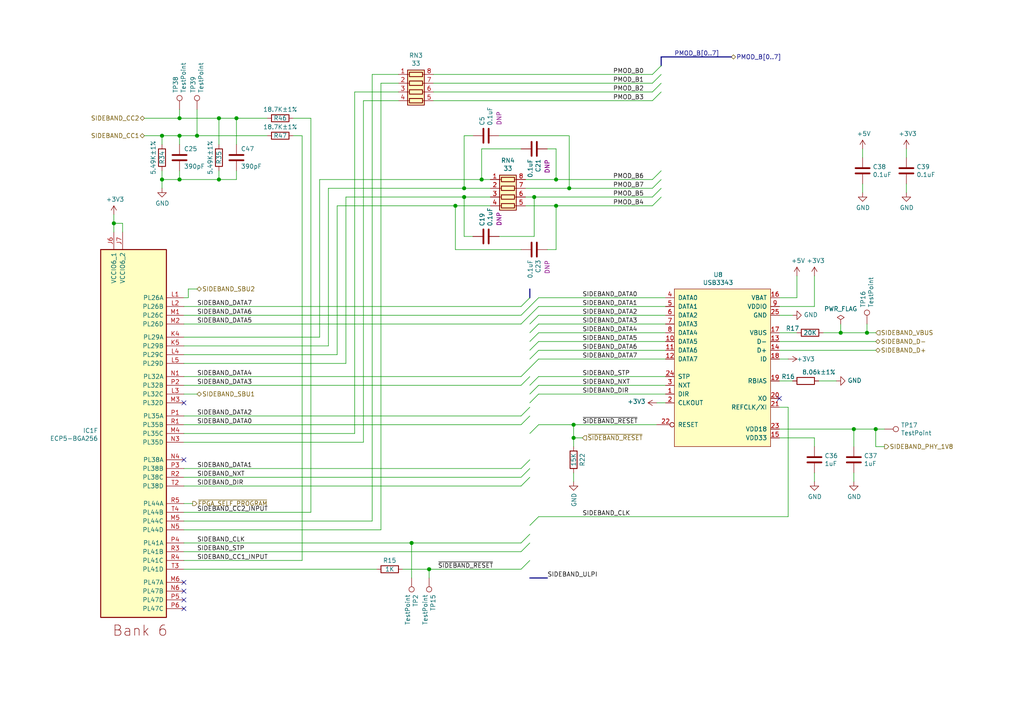
<source format=kicad_sch>
(kicad_sch (version 20210621) (generator eeschema)
  (paper "A4")
  (title_block (title "LUNA: Sideband USB PHY") (date "2021-03-10") (rev "r0") (company "Copyright 2019-2021 Great Scott Gadgets") (comment 1 "Katherine J. Temkin") (comment 3 "Licensed under the CERN-OHL-P v2"))
  (junction (at 33.02 64.77) (diameter 1.016))
  (junction (at 46.99 39.37) (diameter 1.016))
  (junction (at 46.99 52.07) (diameter 1.016))
  (junction (at 52.07 34.29) (diameter 1.016))
  (junction (at 52.07 39.37) (diameter 1.016))
  (junction (at 52.07 52.07) (diameter 1.016))
  (junction (at 57.15 39.37) (diameter 1.016))
  (junction (at 63.5 34.29) (diameter 1.016))
  (junction (at 63.5 52.07) (diameter 1.016))
  (junction (at 68.58 34.29) (diameter 1.016))
  (junction (at 119.38 157.48) (diameter 1.016))
  (junction (at 124.46 165.1) (diameter 1.016))
  (junction (at 132.08 59.69) (diameter 1.016))
  (junction (at 134.62 54.61) (diameter 1.016))
  (junction (at 134.62 57.15) (diameter 1.016))
  (junction (at 139.7 52.07) (diameter 1.016))
  (junction (at 154.94 57.15) (diameter 1.016))
  (junction (at 161.29 52.07) (diameter 1.016))
  (junction (at 161.29 59.69) (diameter 1.016))
  (junction (at 165.1 54.61) (diameter 1.016))
  (junction (at 166.37 123.19) (diameter 1.016))
  (junction (at 166.37 127) (diameter 1.016))
  (junction (at 243.84 96.52) (diameter 1.016))
  (junction (at 247.65 124.46) (diameter 1.016))
  (junction (at 251.46 96.52) (diameter 1.016))
  (junction (at 254 124.46) (diameter 1.016))
  (no_connect (at 53.34 116.84))
  (no_connect (at 53.34 133.35))
  (no_connect (at 53.34 168.91))
  (no_connect (at 53.34 171.45))
  (no_connect (at 53.34 173.99))
  (no_connect (at 53.34 176.53))
  (no_connect (at 226.06 115.57))
  (bus_entry (at 151.13 88.9) (size 2.54 -2.54))
  (bus_entry (at 151.13 91.44) (size 2.54 -2.54))
  (bus_entry (at 151.13 93.98) (size 2.54 -2.54))
  (bus_entry (at 151.13 109.22) (size 2.54 -2.54))
  (bus_entry (at 151.13 111.76) (size 2.54 -2.54))
  (bus_entry (at 151.13 120.65) (size 2.54 -2.54))
  (bus_entry (at 151.13 123.19) (size 2.54 -2.54))
  (bus_entry (at 151.13 135.89) (size 2.54 -2.54))
  (bus_entry (at 151.13 138.43) (size 2.54 -2.54))
  (bus_entry (at 151.13 157.48) (size 2.54 -2.54))
  (bus_entry (at 151.13 160.02) (size 2.54 -2.54))
  (bus_entry (at 151.13 165.1) (size 2.54 -2.54))
  (bus_entry (at 153.67 91.44) (size 2.54 -2.54))
  (bus_entry (at 153.67 93.98) (size 2.54 -2.54))
  (bus_entry (at 153.67 96.52) (size 2.54 -2.54))
  (bus_entry (at 153.67 99.06) (size 2.54 -2.54))
  (bus_entry (at 153.67 101.6) (size 2.54 -2.54))
  (bus_entry (at 153.67 104.14) (size 2.54 -2.54))
  (bus_entry (at 153.67 106.68) (size 2.54 -2.54))
  (bus_entry (at 153.67 111.76) (size 2.54 -2.54))
  (bus_entry (at 153.67 125.73) (size 2.54 -2.54))
  (bus_entry (at 153.67 138.43) (size -2.54 2.54))
  (bus_entry (at 153.67 152.4) (size 2.54 -2.54))
  (bus_entry (at 156.21 86.36) (size -2.54 2.54))
  (bus_entry (at 156.21 111.76) (size -2.54 2.54))
  (bus_entry (at 156.21 114.3) (size -2.54 2.54))
  (bus_entry (at 191.77 19.05) (size -2.54 2.54))
  (bus_entry (at 191.77 21.59) (size -2.54 2.54))
  (bus_entry (at 191.77 24.13) (size -2.54 2.54))
  (bus_entry (at 191.77 26.67) (size -2.54 2.54))
  (bus_entry (at 191.77 49.53) (size -2.54 2.54))
  (bus_entry (at 191.77 52.07) (size -2.54 2.54))
  (bus_entry (at 191.77 54.61) (size -2.54 2.54))
  (bus_entry (at 191.77 57.15) (size -2.54 2.54))
  (wire (pts (xy 33.02 62.23) (xy 33.02 64.77)))
  (wire (pts (xy 33.02 64.77) (xy 35.56 64.77)))
  (wire (pts (xy 33.02 67.31) (xy 33.02 64.77)))
  (wire (pts (xy 35.56 64.77) (xy 35.56 67.31)))
  (wire (pts (xy 41.91 34.29) (xy 52.07 34.29)))
  (wire (pts (xy 46.99 39.37) (xy 41.91 39.37)))
  (wire (pts (xy 46.99 39.37) (xy 52.07 39.37)))
  (wire (pts (xy 46.99 41.91) (xy 46.99 39.37)))
  (wire (pts (xy 46.99 49.53) (xy 46.99 52.07)))
  (wire (pts (xy 46.99 52.07) (xy 46.99 54.61)))
  (wire (pts (xy 46.99 52.07) (xy 52.07 52.07)))
  (wire (pts (xy 52.07 31.75) (xy 52.07 34.29)))
  (wire (pts (xy 52.07 34.29) (xy 63.5 34.29)))
  (wire (pts (xy 52.07 41.91) (xy 52.07 39.37)))
  (wire (pts (xy 52.07 49.53) (xy 52.07 52.07)))
  (wire (pts (xy 52.07 52.07) (xy 63.5 52.07)))
  (wire (pts (xy 53.34 86.36) (xy 54.61 86.36)))
  (wire (pts (xy 53.34 88.9) (xy 151.13 88.9)))
  (wire (pts (xy 53.34 91.44) (xy 151.13 91.44)))
  (wire (pts (xy 53.34 93.98) (xy 151.13 93.98)))
  (wire (pts (xy 53.34 100.33) (xy 95.25 100.33)))
  (wire (pts (xy 53.34 105.41) (xy 100.33 105.41)))
  (wire (pts (xy 53.34 109.22) (xy 151.13 109.22)))
  (wire (pts (xy 53.34 111.76) (xy 151.13 111.76)))
  (wire (pts (xy 53.34 114.3) (xy 57.15 114.3)))
  (wire (pts (xy 53.34 120.65) (xy 151.13 120.65)))
  (wire (pts (xy 53.34 123.19) (xy 151.13 123.19)))
  (wire (pts (xy 53.34 125.73) (xy 102.87 125.73)))
  (wire (pts (xy 53.34 128.27) (xy 105.41 128.27)))
  (wire (pts (xy 53.34 135.89) (xy 151.13 135.89)))
  (wire (pts (xy 53.34 138.43) (xy 151.13 138.43)))
  (wire (pts (xy 53.34 140.97) (xy 151.13 140.97)))
  (wire (pts (xy 53.34 148.59) (xy 90.17 148.59)))
  (wire (pts (xy 53.34 151.13) (xy 107.95 151.13)))
  (wire (pts (xy 53.34 157.48) (xy 119.38 157.48)))
  (wire (pts (xy 53.34 160.02) (xy 151.13 160.02)))
  (wire (pts (xy 54.61 83.82) (xy 57.15 83.82)))
  (wire (pts (xy 54.61 86.36) (xy 54.61 83.82)))
  (wire (pts (xy 55.88 146.05) (xy 53.34 146.05)))
  (wire (pts (xy 57.15 31.75) (xy 57.15 39.37)))
  (wire (pts (xy 57.15 39.37) (xy 52.07 39.37)))
  (wire (pts (xy 63.5 41.91) (xy 63.5 34.29)))
  (wire (pts (xy 63.5 52.07) (xy 63.5 49.53)))
  (wire (pts (xy 68.58 34.29) (xy 63.5 34.29)))
  (wire (pts (xy 68.58 34.29) (xy 77.47 34.29)))
  (wire (pts (xy 68.58 41.91) (xy 68.58 34.29)))
  (wire (pts (xy 68.58 49.53) (xy 68.58 52.07)))
  (wire (pts (xy 68.58 52.07) (xy 63.5 52.07)))
  (wire (pts (xy 77.47 39.37) (xy 57.15 39.37)))
  (wire (pts (xy 85.09 34.29) (xy 90.17 34.29)))
  (wire (pts (xy 87.63 39.37) (xy 85.09 39.37)))
  (wire (pts (xy 87.63 162.56) (xy 53.34 162.56)))
  (wire (pts (xy 87.63 162.56) (xy 87.63 39.37)))
  (wire (pts (xy 90.17 148.59) (xy 90.17 34.29)))
  (wire (pts (xy 92.71 52.07) (xy 92.71 97.79)))
  (wire (pts (xy 92.71 52.07) (xy 139.7 52.07)))
  (wire (pts (xy 92.71 97.79) (xy 53.34 97.79)))
  (wire (pts (xy 95.25 100.33) (xy 95.25 54.61)))
  (wire (pts (xy 97.79 59.69) (xy 132.08 59.69)))
  (wire (pts (xy 97.79 102.87) (xy 53.34 102.87)))
  (wire (pts (xy 97.79 102.87) (xy 97.79 59.69)))
  (wire (pts (xy 100.33 57.15) (xy 134.62 57.15)))
  (wire (pts (xy 100.33 105.41) (xy 100.33 57.15)))
  (wire (pts (xy 102.87 26.67) (xy 102.87 125.73)))
  (wire (pts (xy 105.41 29.21) (xy 115.57 29.21)))
  (wire (pts (xy 105.41 128.27) (xy 105.41 29.21)))
  (wire (pts (xy 107.95 21.59) (xy 107.95 151.13)))
  (wire (pts (xy 107.95 21.59) (xy 115.57 21.59)))
  (wire (pts (xy 109.22 165.1) (xy 53.34 165.1)))
  (wire (pts (xy 110.49 153.67) (xy 53.34 153.67)))
  (wire (pts (xy 110.49 153.67) (xy 110.49 24.13)))
  (wire (pts (xy 115.57 24.13) (xy 110.49 24.13)))
  (wire (pts (xy 115.57 26.67) (xy 102.87 26.67)))
  (wire (pts (xy 116.84 165.1) (xy 124.46 165.1)))
  (wire (pts (xy 119.38 157.48) (xy 151.13 157.48)))
  (wire (pts (xy 119.38 167.64) (xy 119.38 157.48)))
  (wire (pts (xy 124.46 165.1) (xy 124.46 167.64)))
  (wire (pts (xy 124.46 165.1) (xy 151.13 165.1)))
  (wire (pts (xy 125.73 21.59) (xy 189.23 21.59)))
  (wire (pts (xy 125.73 26.67) (xy 189.23 26.67)))
  (wire (pts (xy 132.08 59.69) (xy 132.08 72.39)))
  (wire (pts (xy 132.08 59.69) (xy 142.24 59.69)))
  (wire (pts (xy 132.08 72.39) (xy 151.13 72.39)))
  (wire (pts (xy 134.62 39.37) (xy 134.62 54.61)))
  (wire (pts (xy 134.62 54.61) (xy 95.25 54.61)))
  (wire (pts (xy 134.62 57.15) (xy 134.62 68.58)))
  (wire (pts (xy 134.62 57.15) (xy 142.24 57.15)))
  (wire (pts (xy 134.62 68.58) (xy 137.16 68.58)))
  (wire (pts (xy 137.16 39.37) (xy 134.62 39.37)))
  (wire (pts (xy 139.7 43.18) (xy 151.13 43.18)))
  (wire (pts (xy 139.7 52.07) (xy 139.7 43.18)))
  (wire (pts (xy 139.7 52.07) (xy 142.24 52.07)))
  (wire (pts (xy 142.24 54.61) (xy 134.62 54.61)))
  (wire (pts (xy 144.78 39.37) (xy 165.1 39.37)))
  (wire (pts (xy 144.78 68.58) (xy 154.94 68.58)))
  (wire (pts (xy 152.4 52.07) (xy 161.29 52.07)))
  (wire (pts (xy 152.4 57.15) (xy 154.94 57.15)))
  (wire (pts (xy 154.94 57.15) (xy 189.23 57.15)))
  (wire (pts (xy 154.94 68.58) (xy 154.94 57.15)))
  (wire (pts (xy 156.21 109.22) (xy 193.04 109.22)))
  (wire (pts (xy 156.21 111.76) (xy 193.04 111.76)))
  (wire (pts (xy 156.21 114.3) (xy 193.04 114.3)))
  (wire (pts (xy 156.21 149.86) (xy 228.6 149.86)))
  (wire (pts (xy 158.75 43.18) (xy 161.29 43.18)))
  (wire (pts (xy 158.75 72.39) (xy 161.29 72.39)))
  (wire (pts (xy 161.29 43.18) (xy 161.29 52.07)))
  (wire (pts (xy 161.29 52.07) (xy 189.23 52.07)))
  (wire (pts (xy 161.29 59.69) (xy 152.4 59.69)))
  (wire (pts (xy 161.29 72.39) (xy 161.29 59.69)))
  (wire (pts (xy 165.1 39.37) (xy 165.1 54.61)))
  (wire (pts (xy 165.1 54.61) (xy 152.4 54.61)))
  (wire (pts (xy 166.37 123.19) (xy 156.21 123.19)))
  (wire (pts (xy 166.37 123.19) (xy 166.37 127)))
  (wire (pts (xy 166.37 123.19) (xy 190.5 123.19)))
  (wire (pts (xy 166.37 127) (xy 166.37 129.54)))
  (wire (pts (xy 166.37 127) (xy 168.91 127)))
  (wire (pts (xy 166.37 137.16) (xy 166.37 139.7)))
  (wire (pts (xy 189.23 24.13) (xy 125.73 24.13)))
  (wire (pts (xy 189.23 29.21) (xy 125.73 29.21)))
  (wire (pts (xy 189.23 54.61) (xy 165.1 54.61)))
  (wire (pts (xy 189.23 59.69) (xy 161.29 59.69)))
  (wire (pts (xy 193.04 86.36) (xy 156.21 86.36)))
  (wire (pts (xy 193.04 88.9) (xy 156.21 88.9)))
  (wire (pts (xy 193.04 91.44) (xy 156.21 91.44)))
  (wire (pts (xy 193.04 93.98) (xy 156.21 93.98)))
  (wire (pts (xy 193.04 96.52) (xy 156.21 96.52)))
  (wire (pts (xy 193.04 99.06) (xy 156.21 99.06)))
  (wire (pts (xy 193.04 101.6) (xy 156.21 101.6)))
  (wire (pts (xy 193.04 104.14) (xy 156.21 104.14)))
  (wire (pts (xy 193.04 116.84) (xy 190.5 116.84)))
  (wire (pts (xy 226.06 86.36) (xy 231.14 86.36)))
  (wire (pts (xy 226.06 91.44) (xy 229.87 91.44)))
  (wire (pts (xy 226.06 99.06) (xy 254 99.06)))
  (wire (pts (xy 226.06 101.6) (xy 254 101.6)))
  (wire (pts (xy 226.06 118.11) (xy 228.6 118.11)))
  (wire (pts (xy 226.06 124.46) (xy 247.65 124.46)))
  (wire (pts (xy 226.06 127) (xy 236.22 127)))
  (wire (pts (xy 228.6 104.14) (xy 226.06 104.14)))
  (wire (pts (xy 228.6 149.86) (xy 228.6 118.11)))
  (wire (pts (xy 229.87 110.49) (xy 226.06 110.49)))
  (wire (pts (xy 231.14 86.36) (xy 231.14 80.01)))
  (wire (pts (xy 231.14 96.52) (xy 226.06 96.52)))
  (wire (pts (xy 236.22 80.01) (xy 236.22 88.9)))
  (wire (pts (xy 236.22 88.9) (xy 226.06 88.9)))
  (wire (pts (xy 236.22 127) (xy 236.22 129.54)))
  (wire (pts (xy 236.22 139.7) (xy 236.22 137.16)))
  (wire (pts (xy 238.76 96.52) (xy 243.84 96.52)))
  (wire (pts (xy 242.57 110.49) (xy 237.49 110.49)))
  (wire (pts (xy 243.84 93.98) (xy 243.84 96.52)))
  (wire (pts (xy 243.84 96.52) (xy 251.46 96.52)))
  (wire (pts (xy 247.65 124.46) (xy 254 124.46)))
  (wire (pts (xy 247.65 129.54) (xy 247.65 124.46)))
  (wire (pts (xy 247.65 139.7) (xy 247.65 137.16)))
  (wire (pts (xy 250.19 43.18) (xy 250.19 45.72)))
  (wire (pts (xy 250.19 53.34) (xy 250.19 55.88)))
  (wire (pts (xy 251.46 93.98) (xy 251.46 96.52)))
  (wire (pts (xy 251.46 96.52) (xy 254 96.52)))
  (wire (pts (xy 254 124.46) (xy 256.54 124.46)))
  (wire (pts (xy 254 129.54) (xy 254 124.46)))
  (wire (pts (xy 256.54 129.54) (xy 254 129.54)))
  (wire (pts (xy 262.89 43.18) (xy 262.89 45.72)))
  (wire (pts (xy 262.89 53.34) (xy 262.89 55.88)))
  (bus (pts (xy 153.67 83.82) (xy 153.67 167.64)))
  (bus (pts (xy 158.75 167.64) (xy 153.67 167.64)))
  (bus (pts (xy 191.77 16.51) (xy 191.77 62.23)))
  (bus (pts (xy 191.77 16.51) (xy 212.09 16.51)))
  (label "SIDEBAND_DATA7" (at 57.15 88.9 0))
  (label "SIDEBAND_DATA6" (at 57.15 91.44 0))
  (label "SIDEBAND_DATA5" (at 57.15 93.98 0))
  (label "SIDEBAND_DATA4" (at 57.15 109.22 0))
  (label "SIDEBAND_DATA3" (at 57.15 111.76 0))
  (label "SIDEBAND_DATA2" (at 57.15 120.65 0))
  (label "SIDEBAND_DATA0" (at 57.15 123.19 0))
  (label "SIDEBAND_DATA1" (at 57.15 135.89 0))
  (label "SIDEBAND_NXT" (at 57.15 138.43 0))
  (label "SIDEBAND_DIR" (at 57.15 140.97 0))
  (label "SIDEBAND_CC2_INPUT" (at 57.15 148.59 0))
  (label "SIDEBAND_CLK" (at 57.15 157.48 0))
  (label "SIDEBAND_STP" (at 57.15 160.02 0))
  (label "SIDEBAND_CC1_INPUT" (at 57.15 162.56 0))
  (label "~{SIDEBAND_RESET}" (at 127 165.1 0))
  (label "SIDEBAND_ULPI" (at 158.75 167.64 0))
  (label "SIDEBAND_DATA0" (at 168.91 86.36 0))
  (label "SIDEBAND_DATA1" (at 168.91 88.9 0))
  (label "SIDEBAND_DATA2" (at 168.91 91.44 0))
  (label "SIDEBAND_DATA3" (at 168.91 93.98 0))
  (label "SIDEBAND_DATA4" (at 168.91 96.52 0))
  (label "SIDEBAND_DATA5" (at 168.91 99.06 0))
  (label "SIDEBAND_DATA6" (at 168.91 101.6 0))
  (label "SIDEBAND_DATA7" (at 168.91 104.14 0))
  (label "SIDEBAND_STP" (at 168.91 109.22 0))
  (label "SIDEBAND_NXT" (at 168.91 111.76 0))
  (label "SIDEBAND_DIR" (at 168.91 114.3 0))
  (label "~{SIDEBAND_RESET}" (at 168.91 123.19 0))
  (label "SIDEBAND_CLK" (at 168.91 149.86 0))
  (label "PMOD_B0" (at 177.8 21.59 0))
  (label "PMOD_B1" (at 177.8 24.13 0))
  (label "PMOD_B2" (at 177.8 26.67 0))
  (label "PMOD_B3" (at 177.8 29.21 0))
  (label "PMOD_B6" (at 177.8 52.07 0))
  (label "PMOD_B7" (at 177.8 54.61 0))
  (label "PMOD_B5" (at 177.8 57.15 0))
  (label "PMOD_B4" (at 177.8 59.69 0))
  (label "PMOD_B[0..7]" (at 195.58 16.51 0))
  (hierarchical_label "SIDEBAND_CC2" (shape bidirectional) (at 41.91 34.29 180))
  (hierarchical_label "SIDEBAND_CC1" (shape bidirectional) (at 41.91 39.37 180))
  (hierarchical_label "~{FPGA_SELF_PROGRAM}" (shape output) (at 55.88 146.05 0))
  (hierarchical_label "SIDEBAND_SBU2" (shape bidirectional) (at 57.15 83.82 0))
  (hierarchical_label "SIDEBAND_SBU1" (shape bidirectional) (at 57.15 114.3 0))
  (hierarchical_label "~{SIDEBAND_RESET}" (shape input) (at 168.91 127 0))
  (hierarchical_label "PMOD_B[0..7]" (shape bidirectional) (at 212.09 16.51 0))
  (hierarchical_label "SIDEBAND_VBUS" (shape input) (at 254 96.52 0))
  (hierarchical_label "SIDEBAND_D-" (shape bidirectional) (at 254 99.06 0))
  (hierarchical_label "SIDEBAND_D+" (shape bidirectional) (at 254 101.6 0))
  (hierarchical_label "SIDEBAND_PHY_1V8" (shape output) (at 256.54 129.54 0))
  (symbol (lib_id "power:+3V3") (at 33.02 62.23 0) (unit 1)
    (property "Reference" "#PWR057" (effects hide))
    (property "Value" "+3V3" (at 33.3756 57.8358 0))
  )
  (symbol (lib_id "power:+3V3") (at 190.5 116.84 90) (unit 1)
    (property "Reference" "#PWR058" (effects hide))
    (property "Value" "+3V3" (at 187.2488 116.459 90) (effects (justify left)))
  )
  (symbol (lib_id "power:+3V3") (at 228.6 104.14 270)
    (property "Reference" "#PWR0126" (effects hide))
    (property "Value" "+3V3" (at 233.68 104.14 90))
  )
  (symbol (lib_id "power:+5V") (at 231.14 80.01 0) (unit 1)
    (property "Reference" "#PWR060" (effects hide))
    (property "Value" "+5V" (at 231.4956 75.6158 0))
  )
  (symbol (lib_id "power:+3V3") (at 236.22 80.01 0) (unit 1)
    (property "Reference" "#PWR061" (effects hide))
    (property "Value" "+3V3" (at 236.5756 75.6158 0))
  )
  (symbol (lib_id "power:+5V") (at 250.19 43.18 0) (unit 1)
    (property "Reference" "#PWR065" (effects hide))
    (property "Value" "+5V" (at 250.5456 38.7858 0))
  )
  (symbol (lib_id "power:+3V3") (at 262.89 43.18 0) (unit 1)
    (property "Reference" "#PWR067" (effects hide))
    (property "Value" "+3V3" (at 263.2456 38.7858 0))
  )
  (symbol (lib_id "power:PWR_FLAG") (at 243.84 93.98 0)
    (property "Reference" "#FLG0105" (effects hide))
    (property "Value" "PWR_FLAG" (at 243.84 89.5858 0))
  )
  (symbol (lib_id "Connector:TestPoint") (at 52.07 31.75 0)
    (property "Reference" "TP38" (at 50.927 27.0002 90) (effects (justify left)))
    (property "Value" "TestPoint" (at 53.213 27.0002 90) (effects (justify left)))
    (property "Footprint" "TestPoint:TestPoint_Pad_D1.0mm" (effects hide))
    (property "Note" "DNP" (effects hide))
  )
  (symbol (lib_id "Connector:TestPoint") (at 57.15 31.75 0)
    (property "Reference" "TP39" (at 56.007 27.0002 90) (effects (justify left)))
    (property "Value" "TestPoint" (at 58.293 27.0002 90) (effects (justify left)))
    (property "Footprint" "TestPoint:TestPoint_Pad_D1.0mm" (effects hide))
    (property "Note" "DNP" (effects hide))
  )
  (symbol (lib_id "Connector:TestPoint") (at 119.38 167.64 180)
    (property "Reference" "TP2" (at 120.523 172.3898 90) (effects (justify left)))
    (property "Value" "TestPoint" (at 118.237 172.3898 90) (effects (justify left)))
    (property "Footprint" "TestPoint:TestPoint_Pad_D1.0mm" (effects hide))
    (property "Note" "DNP" (effects hide))
  )
  (symbol (lib_id "Connector:TestPoint") (at 124.46 167.64 180)
    (property "Reference" "TP15" (at 125.603 172.3898 90) (effects (justify left)))
    (property "Value" "TestPoint" (at 123.317 172.3898 90) (effects (justify left)))
    (property "Footprint" "TestPoint:TestPoint_Pad_D1.0mm" (effects hide))
    (property "Note" "DNP" (effects hide))
  )
  (symbol (lib_id "Connector:TestPoint") (at 251.46 93.98 0)
    (property "Reference" "TP16" (at 250.317 89.2302 90) (effects (justify left)))
    (property "Value" "TestPoint" (at 252.603 89.2302 90) (effects (justify left)))
    (property "Footprint" "TestPoint:TestPoint_Pad_D1.0mm" (effects hide))
    (property "Note" "DNP" (effects hide))
  )
  (symbol (lib_id "Connector:TestPoint") (at 256.54 124.46 270)
    (property "Reference" "TP17" (at 261.2898 123.317 90) (effects (justify left)))
    (property "Value" "TestPoint" (at 261.2898 125.603 90) (effects (justify left)))
    (property "Footprint" "TestPoint:TestPoint_Pad_D1.0mm" (effects hide))
    (property "Note" "DNP" (effects hide))
  )
  (symbol (lib_id "power:GND") (at 46.99 54.61 0)
    (property "Reference" "#PWR010" (effects hide))
    (property "Value" "GND" (at 47.0916 58.9788 0))
  )
  (symbol (lib_id "power:GND") (at 166.37 139.7 0) (unit 1)
    (property "Reference" "#PWR0101" (effects hide))
    (property "Value" "GND" (at 166.497 142.9512 90) (effects (justify right)))
  )
  (symbol (lib_id "power:GND") (at 229.87 91.44 90) (unit 1)
    (property "Reference" "#PWR059" (effects hide))
    (property "Value" "GND" (at 233.1212 91.313 90) (effects (justify right)))
  )
  (symbol (lib_id "power:GND") (at 236.22 139.7 0) (unit 1)
    (property "Reference" "#PWR062" (effects hide))
    (property "Value" "GND" (at 236.3216 144.0688 0))
  )
  (symbol (lib_id "power:GND") (at 242.57 110.49 90) (unit 1)
    (property "Reference" "#PWR063" (effects hide))
    (property "Value" "GND" (at 245.8212 110.363 90) (effects (justify right)))
  )
  (symbol (lib_id "power:GND") (at 247.65 139.7 0) (unit 1)
    (property "Reference" "#PWR064" (effects hide))
    (property "Value" "GND" (at 247.7516 144.0688 0))
  )
  (symbol (lib_id "power:GND") (at 250.19 55.88 0) (unit 1)
    (property "Reference" "#PWR066" (effects hide))
    (property "Value" "GND" (at 250.2916 60.2488 0))
  )
  (symbol (lib_id "power:GND") (at 262.89 55.88 0) (unit 1)
    (property "Reference" "#PWR068" (effects hide))
    (property "Value" "GND" (at 262.9916 60.2488 0))
  )
  (symbol (lib_id "Device:R") (at 46.99 45.72 0) (mirror x)
    (property "Reference" "R34" (at 46.99 45.72 90))
    (property "Value" "5.49K±1%" (at 44.45 45.72 90))
    (property "Footprint" "Resistor_SMD:R_0402_1005Metric" (effects hide))
    (property "Part Number" "ERJ-2RKF5491X" (effects hide))
    (property "Substitution" "any equivalent" (effects hide))
    (property "Description" "RES SMD 5.49K OHM 1% 1/10W 0402" (effects hide))
    (property "Manufacturer" "Panasonic" (effects hide))
  )
  (symbol (lib_id "Device:R") (at 63.5 45.72 0) (mirror x)
    (property "Reference" "R35" (at 63.5 45.72 90))
    (property "Value" "5.49K±1%" (at 60.96 45.72 90))
    (property "Footprint" "Resistor_SMD:R_0402_1005Metric" (effects hide))
    (property "Part Number" "ERJ-2RKF5491X" (effects hide))
    (property "Substitution" "any equivalent" (effects hide))
    (property "Description" "RES SMD 5.49K OHM 1% 1/10W 0402" (effects hide))
    (property "Manufacturer" "Panasonic" (effects hide))
  )
  (symbol (lib_id "Device:R") (at 81.28 34.29 270)
    (property "Reference" "R46" (at 81.28 34.29 90))
    (property "Value" "18.7K±1%" (at 81.28 31.75 90))
    (property "Footprint" "Resistor_SMD:R_0402_1005Metric" (effects hide))
    (property "Part Number" "ERJ-2RKF1872X" (effects hide))
    (property "Substitution" "any equivalent" (effects hide))
    (property "Description" "RES SMD 18.7K OHM 1% 1/10W 0402" (effects hide))
    (property "Manufacturer" "Panasonic" (effects hide))
  )
  (symbol (lib_id "Device:R") (at 81.28 39.37 270)
    (property "Reference" "R47" (at 81.28 39.37 90))
    (property "Value" "18.7K±1%" (at 81.28 36.83 90))
    (property "Footprint" "Resistor_SMD:R_0402_1005Metric" (effects hide))
    (property "Part Number" "ERJ-2RKF1872X" (effects hide))
    (property "Substitution" "any equivalent" (effects hide))
    (property "Description" "RES SMD 18.7K OHM 1% 1/10W 0402" (effects hide))
    (property "Manufacturer" "Panasonic" (effects hide))
  )
  (symbol (lib_id "Device:R") (at 113.03 165.1 270) (unit 1)
    (property "Reference" "R15" (at 113.03 162.56 90))
    (property "Value" "1K" (at 113.03 165.1 90))
    (property "Footprint" "Resistor_SMD:R_0402_1005Metric" (effects hide))
    (property "Part Number" "GENERIC-RES-0402-1K" (effects hide))
    (property "Substitution" "any equivalent" (effects hide))
  )
  (symbol (lib_id "Device:R") (at 166.37 133.35 0)
    (property "Reference" "R22" (at 168.91 133.35 90))
    (property "Value" "15K" (at 166.37 133.35 90))
    (property "Footprint" "Resistor_SMD:R_0402_1005Metric" (effects hide))
    (property "Part Number" "GENERIC-RES-0402-15K" (effects hide))
    (property "Substitution" "any equivalent" (effects hide))
  )
  (symbol (lib_id "Device:R") (at 233.68 110.49 270) (unit 1)
    (property "Reference" "R16" (at 228.6 109.22 90))
    (property "Value" "8.06k±1%" (at 237.49 107.95 90))
    (property "Footprint" "Resistor_SMD:R_0402_1005Metric" (effects hide))
    (property "Description" "RES SMD 8.06K OHM 1% 1/10W 0402" (effects hide))
    (property "Manufacturer" "Panasonic" (effects hide))
    (property "Part Number" "ERJ-2RKF8061X" (effects hide))
    (property "Substitution" "any equivalent" (effects hide))
  )
  (symbol (lib_id "Device:R") (at 234.95 96.52 270) (unit 1)
    (property "Reference" "R17" (at 229.87 95.25 90))
    (property "Value" "20K" (at 234.95 96.52 90))
    (property "Footprint" "Resistor_SMD:R_0402_1005Metric" (effects hide))
    (property "Description" "RES SMD 20K OHM 5% 1/16W 0402" (effects hide))
    (property "Manufacturer" "Yageo" (effects hide))
    (property "Part Number" "RC0402JR-0720KL" (effects hide))
    (property "Substitution" "any equivalent" (effects hide))
  )
  (symbol (lib_id "Device:C") (at 52.07 45.72 0) (unit 1)
    (property "Reference" "C25" (at 53.34 43.18 0) (effects (justify left)))
    (property "Value" "390pF" (at 53.34 48.26 0) (effects (justify left)))
    (property "Footprint" "Capacitor_SMD:C_0402_1005Metric" (effects hide))
    (property "Part Number" "GENERIC-CAP-0402-390pF" (effects hide))
    (property "Substitution" "any equivalent" (effects hide))
  )
  (symbol (lib_id "Device:C") (at 68.58 45.72 0) (unit 1)
    (property "Reference" "C47" (at 69.85 43.18 0) (effects (justify left)))
    (property "Value" "390pF" (at 69.85 48.26 0) (effects (justify left)))
    (property "Footprint" "Capacitor_SMD:C_0402_1005Metric" (effects hide))
    (property "Part Number" "GENERIC-CAP-0402-390pF" (effects hide))
    (property "Substitution" "any equivalent" (effects hide))
  )
  (symbol (lib_id "Device:C") (at 140.97 39.37 90) (unit 1)
    (property "Reference" "C5" (at 139.827 36.449 0) (effects (justify left)))
    (property "Value" "0.1uF" (at 142.113 36.449 0) (effects (justify left)))
    (property "Footprint" "Capacitor_SMD:C_0402_1005Metric" (effects hide))
    (property "Part Number" "GENERIC-CAP-0402-0.1uF" (effects hide))
    (property "Substitution" "any equivalent" (effects hide))
    (property "Note" "DNP" (at 144.78 34.29 0))
  )
  (symbol (lib_id "Device:C") (at 140.97 68.58 90) (unit 1)
    (property "Reference" "C19" (at 139.827 65.659 0) (effects (justify left)))
    (property "Value" "0.1uF" (at 142.113 65.659 0) (effects (justify left)))
    (property "Footprint" "Capacitor_SMD:C_0402_1005Metric" (effects hide))
    (property "Part Number" "GENERIC-CAP-0402-0.1uF" (effects hide))
    (property "Substitution" "any equivalent" (effects hide))
    (property "Note" "DNP" (at 144.78 63.5 0))
  )
  (symbol (lib_id "Device:C") (at 154.94 43.18 270) (unit 1)
    (property "Reference" "C21" (at 156.083 46.101 0) (effects (justify left)))
    (property "Value" "0.1uF" (at 153.797 46.101 0) (effects (justify left)))
    (property "Footprint" "Capacitor_SMD:C_0402_1005Metric" (effects hide))
    (property "Part Number" "GENERIC-CAP-0402-0.1uF" (effects hide))
    (property "Substitution" "any equivalent" (effects hide))
    (property "Note" "DNP" (at 158.75 48.26 0))
  )
  (symbol (lib_id "Device:C") (at 154.94 72.39 270) (unit 1)
    (property "Reference" "C23" (at 156.083 75.311 0) (effects (justify left)))
    (property "Value" "0.1uF" (at 153.797 75.311 0) (effects (justify left)))
    (property "Footprint" "Capacitor_SMD:C_0402_1005Metric" (effects hide))
    (property "Part Number" "GENERIC-CAP-0402-0.1uF" (effects hide))
    (property "Substitution" "any equivalent" (effects hide))
    (property "Note" "DNP" (at 158.75 77.47 0))
  )
  (symbol (lib_id "Device:C") (at 236.22 133.35 0) (unit 1)
    (property "Reference" "C36" (at 239.141 132.207 0) (effects (justify left)))
    (property "Value" "1uF" (at 239.141 134.493 0) (effects (justify left)))
    (property "Footprint" "Capacitor_SMD:C_0603_1608Metric" (effects hide))
    (property "Part Number" "GENERIC-CAP-0603-1uF" (effects hide))
    (property "Substitution" "any equivalent" (effects hide))
  )
  (symbol (lib_id "Device:C") (at 247.65 133.35 0) (unit 1)
    (property "Reference" "C37" (at 250.571 132.207 0) (effects (justify left)))
    (property "Value" "1uF" (at 250.571 134.493 0) (effects (justify left)))
    (property "Footprint" "Capacitor_SMD:C_0603_1608Metric" (effects hide))
    (property "Part Number" "GENERIC-CAP-0603-1uF" (effects hide))
    (property "Substitution" "any equivalent" (effects hide))
  )
  (symbol (lib_id "Device:C") (at 250.19 49.53 0) (unit 1)
    (property "Reference" "C38" (at 253.111 48.387 0) (effects (justify left)))
    (property "Value" "0.1uF" (at 253.111 50.673 0) (effects (justify left)))
    (property "Footprint" "Capacitor_SMD:C_0402_1005Metric" (effects hide))
    (property "Part Number" "GENERIC-CAP-0402-0.1uF" (effects hide))
    (property "Substitution" "any equivalent" (effects hide))
  )
  (symbol (lib_id "Device:C") (at 262.89 49.53 0) (unit 1)
    (property "Reference" "C39" (at 265.811 48.387 0) (effects (justify left)))
    (property "Value" "0.1uF" (at 265.811 50.673 0) (effects (justify left)))
    (property "Footprint" "Capacitor_SMD:C_0402_1005Metric" (effects hide))
    (property "Part Number" "GENERIC-CAP-0402-0.1uF" (effects hide))
    (property "Substitution" "any equivalent" (effects hide))
  )
  (symbol (lib_id "Device:R_Pack04") (at 120.65 26.67 270)
    (property "Reference" "RN3" (at 120.65 16.0782 90))
    (property "Value" "33" (at 120.65 18.3896 90))
    (property "Footprint" "Resistor_SMD:R_Array_Convex_4x0402" (effects hide))
    (property "Description" "RES ARRAY 4 RES 33 OHM 0804" (effects hide))
    (property "Manufacturer" "Yageo" (effects hide))
    (property "Part Number" "YC124-JR-0733RL" (effects hide))
    (property "Substitution" "any equivalent" (effects hide))
  )
  (symbol (lib_id "Device:R_Pack04") (at 147.32 57.15 270)
    (property "Reference" "RN4" (at 147.32 46.5582 90))
    (property "Value" "33" (at 147.32 48.8696 90))
    (property "Footprint" "Resistor_SMD:R_Array_Convex_4x0402" (effects hide))
    (property "Description" "RES ARRAY 4 RES 33 OHM 0804" (effects hide))
    (property "Manufacturer" "Yageo" (effects hide))
    (property "Part Number" "YC124-JR-0733RL" (effects hide))
    (property "Substitution" "any equivalent" (effects hide))
  )
  (symbol (lib_id "usb:USB3343") (at 193.04 83.82 0) (unit 1)
    (property "Reference" "U8" (at 208.28 79.6798 0))
    (property "Value" "USB3343" (at 208.28 81.9658 0))
    (property "Footprint" "Package_DFN_QFN:VQFN-24-1EP_4x4mm_P0.5mm_EP2.45x2.45mm" (effects hide))
    (property "Datasheet" "http://ww1.microchip.com/downloads/en/DeviceDoc/334x.pdf" (effects hide))
    (property "Description" "IC TRANSCEIVER 1/1 24QFN" (effects hide))
    (property "Manufacturer" "Microchip" (effects hide))
    (property "Part Number" "USB3343-CP" (effects hide))
  )
  (symbol (lib_id "fpgas_and_processors:ECP5-BGA256") (at 29.21 72.39 0) (unit 6)
    (property "Reference" "IC1" (at 28.448 124.8918 0) (effects (justify right)))
    (property "Value" "ECP5-BGA256" (at 28.448 127.1778 0) (effects (justify right)))
    (property "Footprint" "luna:lattice_cabga256" (effects hide))
    (property "Description" "FPGA - Field Programmable Gate Array ECP5; 12k LUTs; 1.1V" (effects hide))
    (property "Manufacturer" "Lattice" (effects hide))
    (property "Part Number" "LFE5U-12F-6BG256C" (effects hide))
    (property "Substitution" "LFE5U-12F-*BG256*" (effects hide))
  )
)
</source>
